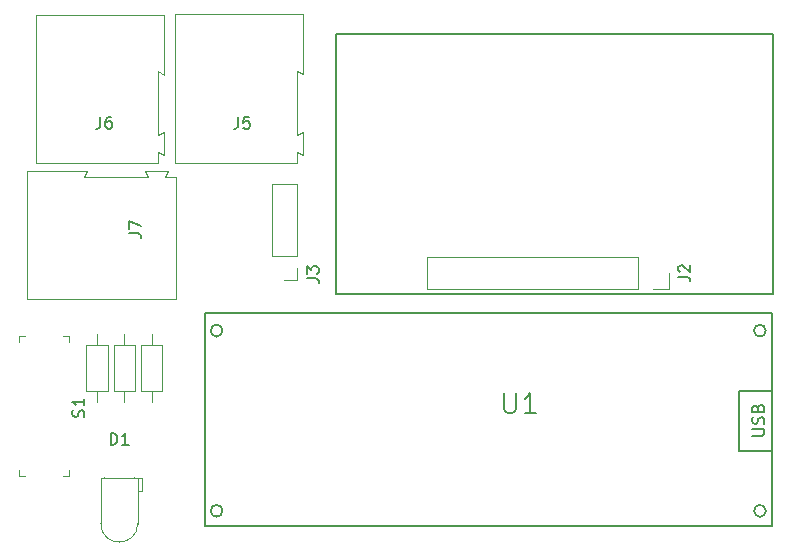
<source format=gto>
G04 #@! TF.GenerationSoftware,KiCad,Pcbnew,7.0.0*
G04 #@! TF.CreationDate,2023-02-20T20:21:08-05:00*
G04 #@! TF.ProjectId,PCB,5043422e-6b69-4636-9164-5f7063625858,rev?*
G04 #@! TF.SameCoordinates,Original*
G04 #@! TF.FileFunction,Legend,Top*
G04 #@! TF.FilePolarity,Positive*
%FSLAX46Y46*%
G04 Gerber Fmt 4.6, Leading zero omitted, Abs format (unit mm)*
G04 Created by KiCad (PCBNEW 7.0.0) date 2023-02-20 20:21:08*
%MOMM*%
%LPD*%
G01*
G04 APERTURE LIST*
%ADD10C,0.150000*%
%ADD11C,0.120000*%
%ADD12C,0.100000*%
%ADD13C,1.400000*%
%ADD14O,1.400000X1.400000*%
%ADD15R,1.800000X1.800000*%
%ADD16C,1.800000*%
%ADD17R,1.350000X1.350000*%
%ADD18O,1.350000X1.350000*%
%ADD19R,1.980000X3.960000*%
%ADD20O,1.980000X3.960000*%
%ADD21R,1.700000X1.700000*%
%ADD22O,1.700000X1.700000*%
%ADD23R,3.960000X1.980000*%
%ADD24O,3.960000X1.980000*%
%ADD25R,1.900000X1.900000*%
%ADD26C,1.900000*%
%ADD27C,1.700000*%
G04 APERTURE END LIST*
D10*
X161840000Y-45720000D02*
X198840000Y-45720000D01*
X198840000Y-45720000D02*
X198840000Y-67720000D01*
X198840000Y-67720000D02*
X161840000Y-67720000D01*
X161840000Y-67720000D02*
X161840000Y-45720000D01*
X142771905Y-80497380D02*
X142771905Y-79497380D01*
X142771905Y-79497380D02*
X143010000Y-79497380D01*
X143010000Y-79497380D02*
X143152857Y-79545000D01*
X143152857Y-79545000D02*
X143248095Y-79640238D01*
X143248095Y-79640238D02*
X143295714Y-79735476D01*
X143295714Y-79735476D02*
X143343333Y-79925952D01*
X143343333Y-79925952D02*
X143343333Y-80068809D01*
X143343333Y-80068809D02*
X143295714Y-80259285D01*
X143295714Y-80259285D02*
X143248095Y-80354523D01*
X143248095Y-80354523D02*
X143152857Y-80449761D01*
X143152857Y-80449761D02*
X143010000Y-80497380D01*
X143010000Y-80497380D02*
X142771905Y-80497380D01*
X144295714Y-80497380D02*
X143724286Y-80497380D01*
X144010000Y-80497380D02*
X144010000Y-79497380D01*
X144010000Y-79497380D02*
X143914762Y-79640238D01*
X143914762Y-79640238D02*
X143819524Y-79735476D01*
X143819524Y-79735476D02*
X143724286Y-79783095D01*
X153568602Y-52722330D02*
X153568602Y-53436616D01*
X153568602Y-53436616D02*
X153520983Y-53579473D01*
X153520983Y-53579473D02*
X153425745Y-53674711D01*
X153425745Y-53674711D02*
X153282888Y-53722330D01*
X153282888Y-53722330D02*
X153187650Y-53722330D01*
X154520983Y-52722330D02*
X154044793Y-52722330D01*
X154044793Y-52722330D02*
X153997174Y-53198521D01*
X153997174Y-53198521D02*
X154044793Y-53150902D01*
X154044793Y-53150902D02*
X154140031Y-53103283D01*
X154140031Y-53103283D02*
X154378126Y-53103283D01*
X154378126Y-53103283D02*
X154473364Y-53150902D01*
X154473364Y-53150902D02*
X154520983Y-53198521D01*
X154520983Y-53198521D02*
X154568602Y-53293759D01*
X154568602Y-53293759D02*
X154568602Y-53531854D01*
X154568602Y-53531854D02*
X154520983Y-53627092D01*
X154520983Y-53627092D02*
X154473364Y-53674711D01*
X154473364Y-53674711D02*
X154378126Y-53722330D01*
X154378126Y-53722330D02*
X154140031Y-53722330D01*
X154140031Y-53722330D02*
X154044793Y-53674711D01*
X154044793Y-53674711D02*
X153997174Y-53627092D01*
X190851146Y-66274258D02*
X191565432Y-66274258D01*
X191565432Y-66274258D02*
X191708289Y-66321877D01*
X191708289Y-66321877D02*
X191803527Y-66417115D01*
X191803527Y-66417115D02*
X191851146Y-66559972D01*
X191851146Y-66559972D02*
X191851146Y-66655210D01*
X190946385Y-65845686D02*
X190898766Y-65798067D01*
X190898766Y-65798067D02*
X190851146Y-65702829D01*
X190851146Y-65702829D02*
X190851146Y-65464734D01*
X190851146Y-65464734D02*
X190898766Y-65369496D01*
X190898766Y-65369496D02*
X190946385Y-65321877D01*
X190946385Y-65321877D02*
X191041623Y-65274258D01*
X191041623Y-65274258D02*
X191136861Y-65274258D01*
X191136861Y-65274258D02*
X191279718Y-65321877D01*
X191279718Y-65321877D02*
X191851146Y-65893305D01*
X191851146Y-65893305D02*
X191851146Y-65274258D01*
X144361947Y-62558830D02*
X145076233Y-62558830D01*
X145076233Y-62558830D02*
X145219090Y-62606449D01*
X145219090Y-62606449D02*
X145314328Y-62701687D01*
X145314328Y-62701687D02*
X145361947Y-62844544D01*
X145361947Y-62844544D02*
X145361947Y-62939782D01*
X144361947Y-62177877D02*
X144361947Y-61511211D01*
X144361947Y-61511211D02*
X145361947Y-61939782D01*
X141906666Y-52707380D02*
X141906666Y-53421666D01*
X141906666Y-53421666D02*
X141859047Y-53564523D01*
X141859047Y-53564523D02*
X141763809Y-53659761D01*
X141763809Y-53659761D02*
X141620952Y-53707380D01*
X141620952Y-53707380D02*
X141525714Y-53707380D01*
X142811428Y-52707380D02*
X142620952Y-52707380D01*
X142620952Y-52707380D02*
X142525714Y-52755000D01*
X142525714Y-52755000D02*
X142478095Y-52802619D01*
X142478095Y-52802619D02*
X142382857Y-52945476D01*
X142382857Y-52945476D02*
X142335238Y-53135952D01*
X142335238Y-53135952D02*
X142335238Y-53516904D01*
X142335238Y-53516904D02*
X142382857Y-53612142D01*
X142382857Y-53612142D02*
X142430476Y-53659761D01*
X142430476Y-53659761D02*
X142525714Y-53707380D01*
X142525714Y-53707380D02*
X142716190Y-53707380D01*
X142716190Y-53707380D02*
X142811428Y-53659761D01*
X142811428Y-53659761D02*
X142859047Y-53612142D01*
X142859047Y-53612142D02*
X142906666Y-53516904D01*
X142906666Y-53516904D02*
X142906666Y-53278809D01*
X142906666Y-53278809D02*
X142859047Y-53183571D01*
X142859047Y-53183571D02*
X142811428Y-53135952D01*
X142811428Y-53135952D02*
X142716190Y-53088333D01*
X142716190Y-53088333D02*
X142525714Y-53088333D01*
X142525714Y-53088333D02*
X142430476Y-53135952D01*
X142430476Y-53135952D02*
X142382857Y-53183571D01*
X142382857Y-53183571D02*
X142335238Y-53278809D01*
X159387380Y-66373333D02*
X160101666Y-66373333D01*
X160101666Y-66373333D02*
X160244523Y-66420952D01*
X160244523Y-66420952D02*
X160339761Y-66516190D01*
X160339761Y-66516190D02*
X160387380Y-66659047D01*
X160387380Y-66659047D02*
X160387380Y-66754285D01*
X159387380Y-65992380D02*
X159387380Y-65373333D01*
X159387380Y-65373333D02*
X159768333Y-65706666D01*
X159768333Y-65706666D02*
X159768333Y-65563809D01*
X159768333Y-65563809D02*
X159815952Y-65468571D01*
X159815952Y-65468571D02*
X159863571Y-65420952D01*
X159863571Y-65420952D02*
X159958809Y-65373333D01*
X159958809Y-65373333D02*
X160196904Y-65373333D01*
X160196904Y-65373333D02*
X160292142Y-65420952D01*
X160292142Y-65420952D02*
X160339761Y-65468571D01*
X160339761Y-65468571D02*
X160387380Y-65563809D01*
X160387380Y-65563809D02*
X160387380Y-65849523D01*
X160387380Y-65849523D02*
X160339761Y-65944761D01*
X160339761Y-65944761D02*
X160292142Y-65992380D01*
X140499761Y-78109608D02*
X140547380Y-77966751D01*
X140547380Y-77966751D02*
X140547380Y-77728656D01*
X140547380Y-77728656D02*
X140499761Y-77633418D01*
X140499761Y-77633418D02*
X140452142Y-77585799D01*
X140452142Y-77585799D02*
X140356904Y-77538180D01*
X140356904Y-77538180D02*
X140261666Y-77538180D01*
X140261666Y-77538180D02*
X140166428Y-77585799D01*
X140166428Y-77585799D02*
X140118809Y-77633418D01*
X140118809Y-77633418D02*
X140071190Y-77728656D01*
X140071190Y-77728656D02*
X140023571Y-77919132D01*
X140023571Y-77919132D02*
X139975952Y-78014370D01*
X139975952Y-78014370D02*
X139928333Y-78061989D01*
X139928333Y-78061989D02*
X139833095Y-78109608D01*
X139833095Y-78109608D02*
X139737857Y-78109608D01*
X139737857Y-78109608D02*
X139642619Y-78061989D01*
X139642619Y-78061989D02*
X139595000Y-78014370D01*
X139595000Y-78014370D02*
X139547380Y-77919132D01*
X139547380Y-77919132D02*
X139547380Y-77681037D01*
X139547380Y-77681037D02*
X139595000Y-77538180D01*
X140547380Y-76585799D02*
X140547380Y-77157227D01*
X140547380Y-76871513D02*
X139547380Y-76871513D01*
X139547380Y-76871513D02*
X139690238Y-76966751D01*
X139690238Y-76966751D02*
X139785476Y-77061989D01*
X139785476Y-77061989D02*
X139833095Y-77157227D01*
X176124761Y-76094548D02*
X176124761Y-77470739D01*
X176124761Y-77470739D02*
X176205714Y-77632643D01*
X176205714Y-77632643D02*
X176286666Y-77713596D01*
X176286666Y-77713596D02*
X176448571Y-77794548D01*
X176448571Y-77794548D02*
X176772380Y-77794548D01*
X176772380Y-77794548D02*
X176934285Y-77713596D01*
X176934285Y-77713596D02*
X177015238Y-77632643D01*
X177015238Y-77632643D02*
X177096190Y-77470739D01*
X177096190Y-77470739D02*
X177096190Y-76094548D01*
X178796190Y-77794548D02*
X177824761Y-77794548D01*
X178310475Y-77794548D02*
X178310475Y-76094548D01*
X178310475Y-76094548D02*
X178148571Y-76337405D01*
X178148571Y-76337405D02*
X177986666Y-76499310D01*
X177986666Y-76499310D02*
X177824761Y-76580262D01*
X197107380Y-79701904D02*
X197916904Y-79701904D01*
X197916904Y-79701904D02*
X198012142Y-79654285D01*
X198012142Y-79654285D02*
X198059761Y-79606666D01*
X198059761Y-79606666D02*
X198107380Y-79511428D01*
X198107380Y-79511428D02*
X198107380Y-79320952D01*
X198107380Y-79320952D02*
X198059761Y-79225714D01*
X198059761Y-79225714D02*
X198012142Y-79178095D01*
X198012142Y-79178095D02*
X197916904Y-79130476D01*
X197916904Y-79130476D02*
X197107380Y-79130476D01*
X198059761Y-78701904D02*
X198107380Y-78559047D01*
X198107380Y-78559047D02*
X198107380Y-78320952D01*
X198107380Y-78320952D02*
X198059761Y-78225714D01*
X198059761Y-78225714D02*
X198012142Y-78178095D01*
X198012142Y-78178095D02*
X197916904Y-78130476D01*
X197916904Y-78130476D02*
X197821666Y-78130476D01*
X197821666Y-78130476D02*
X197726428Y-78178095D01*
X197726428Y-78178095D02*
X197678809Y-78225714D01*
X197678809Y-78225714D02*
X197631190Y-78320952D01*
X197631190Y-78320952D02*
X197583571Y-78511428D01*
X197583571Y-78511428D02*
X197535952Y-78606666D01*
X197535952Y-78606666D02*
X197488333Y-78654285D01*
X197488333Y-78654285D02*
X197393095Y-78701904D01*
X197393095Y-78701904D02*
X197297857Y-78701904D01*
X197297857Y-78701904D02*
X197202619Y-78654285D01*
X197202619Y-78654285D02*
X197155000Y-78606666D01*
X197155000Y-78606666D02*
X197107380Y-78511428D01*
X197107380Y-78511428D02*
X197107380Y-78273333D01*
X197107380Y-78273333D02*
X197155000Y-78130476D01*
X197583571Y-77368571D02*
X197631190Y-77225714D01*
X197631190Y-77225714D02*
X197678809Y-77178095D01*
X197678809Y-77178095D02*
X197774047Y-77130476D01*
X197774047Y-77130476D02*
X197916904Y-77130476D01*
X197916904Y-77130476D02*
X198012142Y-77178095D01*
X198012142Y-77178095D02*
X198059761Y-77225714D01*
X198059761Y-77225714D02*
X198107380Y-77320952D01*
X198107380Y-77320952D02*
X198107380Y-77701904D01*
X198107380Y-77701904D02*
X197107380Y-77701904D01*
X197107380Y-77701904D02*
X197107380Y-77368571D01*
X197107380Y-77368571D02*
X197155000Y-77273333D01*
X197155000Y-77273333D02*
X197202619Y-77225714D01*
X197202619Y-77225714D02*
X197297857Y-77178095D01*
X197297857Y-77178095D02*
X197393095Y-77178095D01*
X197393095Y-77178095D02*
X197488333Y-77225714D01*
X197488333Y-77225714D02*
X197535952Y-77273333D01*
X197535952Y-77273333D02*
X197583571Y-77368571D01*
X197583571Y-77368571D02*
X197583571Y-77701904D01*
D11*
X145330044Y-75891250D02*
X147170044Y-75891250D01*
X147170044Y-75891250D02*
X147170044Y-72051250D01*
X145330044Y-72051250D02*
X145330044Y-75891250D01*
X146250044Y-76841250D02*
X146250044Y-75891250D01*
X147170044Y-72051250D02*
X145330044Y-72051250D01*
X146250044Y-71101250D02*
X146250044Y-72051250D01*
X144780000Y-83300000D02*
X144780000Y-83170000D01*
X142240000Y-83300000D02*
X142240000Y-83170000D01*
X144780000Y-83170000D02*
X144780000Y-83170000D01*
X145470000Y-83300000D02*
X145470000Y-84420000D01*
X142240000Y-83170000D02*
X142240000Y-83170000D01*
X141950000Y-83300000D02*
X145070000Y-83300000D01*
X144780000Y-83170000D02*
X144780000Y-83300000D01*
X145470000Y-84420000D02*
X145070000Y-84420000D01*
X141950000Y-83300000D02*
X141950000Y-87160000D01*
X144780000Y-83300000D02*
X144780000Y-83300000D01*
X145070000Y-83300000D02*
X145470000Y-83300000D01*
X145070000Y-84420000D02*
X145070000Y-83300000D01*
X142240000Y-83170000D02*
X142240000Y-83300000D01*
X145070000Y-83300000D02*
X145070000Y-87160000D01*
X142240000Y-83300000D02*
X142240000Y-83300000D01*
X141950000Y-87160000D02*
G75*
G03*
X145070000Y-87160000I1560000J0D01*
G01*
X148239356Y-44025321D02*
X148239356Y-56625321D01*
X148239356Y-56625321D02*
X158589356Y-56625321D01*
X158589356Y-48825321D02*
X159089356Y-49125321D01*
X158589356Y-54225321D02*
X158589356Y-48825321D01*
X158589356Y-55675321D02*
X159089356Y-55925321D01*
X158589356Y-56625321D02*
X158589356Y-55675321D01*
X159089356Y-44025321D02*
X148239356Y-44025321D01*
X159089356Y-49125321D02*
X159089356Y-44025321D01*
X159089356Y-53975321D02*
X158589356Y-54225321D01*
X159089356Y-54025321D02*
X159089356Y-53975321D01*
X159089356Y-55925321D02*
X159089356Y-54025321D01*
X187443766Y-64610925D02*
X169603766Y-64610925D01*
X187443766Y-64610925D02*
X187443766Y-67270925D01*
X169603766Y-64610925D02*
X169603766Y-67270925D01*
X190043766Y-65940925D02*
X190043766Y-67270925D01*
X190043766Y-67270925D02*
X188713766Y-67270925D01*
X187443766Y-67270925D02*
X169603766Y-67270925D01*
X135700592Y-68170594D02*
X148300592Y-68170594D01*
X148300592Y-68170594D02*
X148300592Y-57820594D01*
X140500592Y-57820594D02*
X140800592Y-57320594D01*
X145900592Y-57820594D02*
X140500592Y-57820594D01*
X147350592Y-57820594D02*
X147600592Y-57320594D01*
X148300592Y-57820594D02*
X147350592Y-57820594D01*
X135700592Y-57320594D02*
X135700592Y-68170594D01*
X140800592Y-57320594D02*
X135700592Y-57320594D01*
X145650592Y-57320594D02*
X145900592Y-57820594D01*
X145700592Y-57320594D02*
X145650592Y-57320594D01*
X147600592Y-57320594D02*
X145700592Y-57320594D01*
X136467720Y-44059451D02*
X136467720Y-56659451D01*
X136467720Y-56659451D02*
X146817720Y-56659451D01*
X146817720Y-48859451D02*
X147317720Y-49159451D01*
X146817720Y-54259451D02*
X146817720Y-48859451D01*
X146817720Y-55709451D02*
X147317720Y-55959451D01*
X146817720Y-56659451D02*
X146817720Y-55709451D01*
X147317720Y-44059451D02*
X136467720Y-44059451D01*
X147317720Y-49159451D02*
X147317720Y-44059451D01*
X147317720Y-54009451D02*
X146817720Y-54259451D01*
X147317720Y-54059451D02*
X147317720Y-54009451D01*
X147317720Y-55959451D02*
X147317720Y-54059451D01*
X141599153Y-71127193D02*
X141599153Y-72077193D01*
X142519153Y-72077193D02*
X140679153Y-72077193D01*
X140679153Y-72077193D02*
X140679153Y-75917193D01*
X142519153Y-75917193D02*
X142519153Y-72077193D01*
X140679153Y-75917193D02*
X142519153Y-75917193D01*
X141599153Y-76867193D02*
X141599153Y-75917193D01*
X158540000Y-66560000D02*
X157480000Y-66560000D01*
X158540000Y-65500000D02*
X158540000Y-66560000D01*
X158540000Y-64500000D02*
X158540000Y-58440000D01*
X158540000Y-64500000D02*
X156420000Y-64500000D01*
X158540000Y-58440000D02*
X156420000Y-58440000D01*
X156420000Y-64500000D02*
X156420000Y-58440000D01*
D12*
X139260000Y-71257704D02*
X138760000Y-71257704D01*
X139260000Y-71257704D02*
X139260000Y-71757704D01*
X135060000Y-71257704D02*
X135560000Y-71257704D01*
X135060000Y-71257704D02*
X135060000Y-71757704D01*
X139260000Y-83157704D02*
X139260000Y-82657704D01*
X139260000Y-83157704D02*
X138760000Y-83157704D01*
X135060000Y-83157704D02*
X135060000Y-82657704D01*
X135060000Y-83157704D02*
X135560000Y-83157704D01*
D11*
X143952579Y-71117101D02*
X143952579Y-72067101D01*
X144872579Y-72067101D02*
X143032579Y-72067101D01*
X143032579Y-72067101D02*
X143032579Y-75907101D01*
X144872579Y-75907101D02*
X144872579Y-72067101D01*
X143032579Y-75907101D02*
X144872579Y-75907101D01*
X143952579Y-76857101D02*
X143952579Y-75907101D01*
D10*
X150750000Y-69330000D02*
X198750000Y-69330000D01*
X150750000Y-87330000D02*
X150750000Y-69330000D01*
X195962000Y-75900000D02*
X198756000Y-75900000D01*
X195962000Y-80980000D02*
X195962000Y-75900000D01*
X198750000Y-69330000D02*
X198750000Y-87330000D01*
X198750000Y-87330000D02*
X150750000Y-87330000D01*
X198756000Y-80980000D02*
X195962000Y-80980000D01*
X152250000Y-70820000D02*
G75*
G03*
X152250000Y-70820000I-500000J0D01*
G01*
X152250000Y-86076000D02*
G75*
G03*
X152250000Y-86076000I-500000J0D01*
G01*
X198250000Y-70820000D02*
G75*
G03*
X198250000Y-70820000I-500000J0D01*
G01*
X198250000Y-86076000D02*
G75*
G03*
X198250000Y-86076000I-500000J0D01*
G01*
%LPC*%
D13*
X146250044Y-70161250D03*
D14*
X146250043Y-77781249D03*
D15*
X142239999Y-82089999D03*
D16*
X144780000Y-82090000D03*
D17*
X196575807Y-51280577D03*
D18*
X196575807Y-53280577D03*
X196575807Y-55280577D03*
X196575807Y-57280577D03*
X196575807Y-59280577D03*
X196575807Y-61280577D03*
D19*
X150889355Y-50325320D03*
D20*
X155889355Y-50325320D03*
D21*
X188713765Y-65940924D03*
D22*
X186173765Y-65940924D03*
X183633765Y-65940924D03*
X181093765Y-65940924D03*
X178553765Y-65940924D03*
X176013765Y-65940924D03*
X173473765Y-65940924D03*
X170933765Y-65940924D03*
D23*
X142000591Y-65520593D03*
D24*
X142000591Y-60520593D03*
D19*
X139117719Y-50359450D03*
D20*
X144117719Y-50359450D03*
D13*
X141599153Y-70187193D03*
D14*
X141599152Y-77807192D03*
D17*
X157479999Y-65499999D03*
D18*
X157479999Y-63499999D03*
X157479999Y-61499999D03*
X157479999Y-59499999D03*
D25*
X137159999Y-74857703D03*
D26*
X137160000Y-77357704D03*
X137160000Y-79857704D03*
D13*
X143952579Y-70177101D03*
D14*
X143952578Y-77797100D03*
D27*
X169490000Y-86076000D03*
X172030000Y-86076000D03*
X192350000Y-70820000D03*
X174570000Y-86076000D03*
X177110000Y-86076000D03*
X166950000Y-70820000D03*
X179650000Y-86076000D03*
X182190000Y-86076000D03*
X184730000Y-86076000D03*
X187270000Y-86076000D03*
X189810000Y-86076000D03*
X192350000Y-86076000D03*
X194890000Y-86076000D03*
X194890000Y-70820000D03*
X187270000Y-70820000D03*
X184730000Y-70820000D03*
X182190000Y-70820000D03*
X179650000Y-70820000D03*
X177110000Y-70820000D03*
X174570000Y-70820000D03*
X189810000Y-70820000D03*
X161870000Y-70820000D03*
X166950000Y-86076000D03*
X156790000Y-70820000D03*
D21*
X154249999Y-86075999D03*
D27*
X169490000Y-70820000D03*
X172030000Y-70820000D03*
X164410000Y-70820000D03*
X164410000Y-86076000D03*
X161870000Y-86076000D03*
X154250000Y-70820000D03*
X156790000Y-86076000D03*
X159330000Y-86076000D03*
X159330000Y-70820000D03*
M02*

</source>
